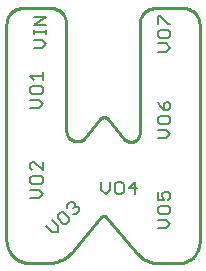
<source format=gbo>
G75*
%MOIN*%
%OFA0B0*%
%FSLAX24Y24*%
%IPPOS*%
%LPD*%
%AMOC8*
5,1,8,0,0,1.08239X$1,22.5*
%
%ADD10C,0.0100*%
%ADD11C,0.0080*%
D10*
X002517Y003317D02*
X002517Y010475D01*
X002519Y010520D01*
X002524Y010564D01*
X002534Y010608D01*
X002546Y010651D01*
X002563Y010692D01*
X002582Y010732D01*
X002605Y010771D01*
X002631Y010807D01*
X002660Y010841D01*
X002692Y010873D01*
X002726Y010902D01*
X002762Y010928D01*
X002801Y010951D01*
X002841Y010970D01*
X002882Y010987D01*
X002925Y010999D01*
X002969Y011009D01*
X003013Y011014D01*
X003058Y011016D01*
X003058Y011017D02*
X003997Y011017D01*
X004043Y011013D01*
X004088Y011004D01*
X004132Y010993D01*
X004175Y010977D01*
X004216Y010958D01*
X004256Y010936D01*
X004294Y010910D01*
X004329Y010882D01*
X004362Y010850D01*
X004393Y010816D01*
X004420Y010780D01*
X004444Y010741D01*
X004466Y010701D01*
X004483Y010659D01*
X004497Y010615D01*
X004508Y010571D01*
X004515Y010526D01*
X004518Y010480D01*
X004517Y010435D01*
X004517Y006954D01*
X004516Y006954D02*
X004515Y006918D01*
X004517Y006882D01*
X004523Y006847D01*
X004533Y006812D01*
X004546Y006779D01*
X004562Y006747D01*
X004582Y006717D01*
X004605Y006689D01*
X004630Y006663D01*
X004658Y006641D01*
X004688Y006621D01*
X004719Y006604D01*
X004753Y006591D01*
X004787Y006581D01*
X004823Y006575D01*
X004859Y006572D01*
X004895Y006573D01*
X004930Y006578D01*
X004965Y006586D01*
X004999Y006598D01*
X005032Y006614D01*
X005062Y006632D01*
X005091Y006654D01*
X005634Y007322D01*
X005654Y007340D01*
X005677Y007354D01*
X005701Y007365D01*
X005727Y007373D01*
X005754Y007377D01*
X005780Y007377D01*
X005807Y007373D01*
X005833Y007365D01*
X005857Y007354D01*
X005880Y007340D01*
X005900Y007322D01*
X005899Y007322D02*
X006452Y006644D01*
X006475Y006621D01*
X006500Y006601D01*
X006528Y006584D01*
X006557Y006571D01*
X006588Y006560D01*
X006620Y006554D01*
X006652Y006550D01*
X006684Y006551D01*
X006717Y006555D01*
X006748Y006562D01*
X006779Y006573D01*
X006808Y006588D01*
X006835Y006605D01*
X006860Y006626D01*
X006883Y006649D01*
X006903Y006674D01*
X006920Y006702D01*
X006933Y006731D01*
X006944Y006762D01*
X006950Y006794D01*
X006954Y006826D01*
X006954Y010488D01*
X006955Y010488D02*
X006957Y010532D01*
X006962Y010575D01*
X006971Y010618D01*
X006984Y010659D01*
X006999Y010700D01*
X007019Y010739D01*
X007041Y010777D01*
X007066Y010812D01*
X007095Y010846D01*
X007125Y010876D01*
X007159Y010905D01*
X007194Y010930D01*
X007232Y010952D01*
X007271Y010972D01*
X007312Y010987D01*
X007353Y011000D01*
X007396Y011009D01*
X007439Y011014D01*
X007483Y011016D01*
X007483Y011017D02*
X008426Y011017D01*
X008426Y011016D02*
X008472Y011012D01*
X008518Y011003D01*
X008563Y010991D01*
X008606Y010976D01*
X008648Y010956D01*
X008689Y010934D01*
X008727Y010908D01*
X008763Y010879D01*
X008797Y010847D01*
X008828Y010813D01*
X008855Y010776D01*
X008880Y010737D01*
X008902Y010696D01*
X008920Y010653D01*
X008934Y010609D01*
X008945Y010564D01*
X008952Y010518D01*
X008955Y010472D01*
X008954Y010426D01*
X008954Y003290D01*
X008306Y002517D02*
X007469Y002517D01*
X006811Y002910D02*
X005847Y004061D01*
X005848Y004062D02*
X005838Y004069D01*
X005827Y004075D01*
X005815Y004079D01*
X005803Y004080D01*
X005678Y004053D02*
X004762Y002950D01*
X004008Y002517D02*
X003255Y002517D01*
X003200Y002521D01*
X003146Y002529D01*
X003092Y002541D01*
X003039Y002557D01*
X002988Y002576D01*
X002938Y002599D01*
X002890Y002626D01*
X002844Y002656D01*
X002800Y002689D01*
X002759Y002725D01*
X002720Y002764D01*
X002684Y002806D01*
X002651Y002850D01*
X002622Y002896D01*
X002596Y002945D01*
X002573Y002995D01*
X002554Y003046D01*
X002539Y003099D01*
X002528Y003153D01*
X002520Y003207D01*
X002516Y003262D01*
X002517Y003317D01*
X004008Y002516D02*
X004071Y002526D01*
X004133Y002540D01*
X004194Y002557D01*
X004255Y002577D01*
X004314Y002601D01*
X004372Y002628D01*
X004428Y002658D01*
X004482Y002691D01*
X004535Y002727D01*
X004585Y002767D01*
X004633Y002809D01*
X004679Y002853D01*
X004722Y002900D01*
X004762Y002950D01*
X005678Y004053D02*
X005697Y004064D01*
X005717Y004073D01*
X005738Y004079D01*
X005760Y004082D01*
X005782Y004082D01*
X005803Y004079D01*
X006811Y002910D02*
X006848Y002862D01*
X006889Y002817D01*
X006932Y002775D01*
X006977Y002735D01*
X007025Y002698D01*
X007075Y002664D01*
X007127Y002633D01*
X007180Y002605D01*
X007236Y002580D01*
X007292Y002559D01*
X007350Y002541D01*
X007409Y002527D01*
X007468Y002517D01*
X008306Y002517D02*
X008357Y002523D01*
X008407Y002533D01*
X008456Y002546D01*
X008504Y002563D01*
X008551Y002583D01*
X008596Y002607D01*
X008639Y002634D01*
X008681Y002663D01*
X008720Y002696D01*
X008756Y002731D01*
X008790Y002769D01*
X008822Y002809D01*
X008850Y002851D01*
X008875Y002896D01*
X008897Y002941D01*
X008916Y002989D01*
X008931Y003037D01*
X008943Y003087D01*
X008951Y003137D01*
X008956Y003188D01*
X008957Y003239D01*
X008954Y003289D01*
D11*
X007977Y003822D02*
X007837Y003962D01*
X007556Y003962D01*
X007626Y004142D02*
X007907Y004142D01*
X007977Y004212D01*
X007977Y004352D01*
X007907Y004422D01*
X007626Y004422D01*
X007556Y004352D01*
X007556Y004212D01*
X007626Y004142D01*
X007977Y003822D02*
X007837Y003682D01*
X007556Y003682D01*
X007556Y004602D02*
X007766Y004602D01*
X007696Y004743D01*
X007696Y004813D01*
X007766Y004883D01*
X007907Y004883D01*
X007977Y004813D01*
X007977Y004673D01*
X007907Y004602D01*
X007556Y004602D02*
X007556Y004883D01*
X006883Y005017D02*
X006602Y005017D01*
X006813Y005227D01*
X006813Y004807D01*
X006422Y004877D02*
X006422Y005157D01*
X006352Y005227D01*
X006212Y005227D01*
X006142Y005157D01*
X006142Y004877D01*
X006212Y004807D01*
X006352Y004807D01*
X006422Y004877D01*
X005962Y004947D02*
X005962Y005227D01*
X005962Y004947D02*
X005822Y004807D01*
X005682Y004947D01*
X005682Y005227D01*
X004892Y004397D02*
X004941Y004347D01*
X004941Y004248D01*
X004842Y004149D01*
X004743Y004149D01*
X004616Y004021D02*
X004418Y004220D01*
X004319Y004220D01*
X004220Y004121D01*
X004220Y004021D01*
X004418Y003823D01*
X004517Y003823D01*
X004616Y003922D01*
X004616Y004021D01*
X004545Y004347D02*
X004545Y004446D01*
X004644Y004545D01*
X004743Y004545D01*
X004793Y004496D01*
X004793Y004397D01*
X004892Y004397D01*
X004793Y004397D02*
X004743Y004347D01*
X004241Y003745D02*
X004043Y003944D01*
X004241Y003745D02*
X004241Y003547D01*
X004043Y003547D01*
X003844Y003745D01*
X003587Y004682D02*
X003306Y004682D01*
X003306Y004962D02*
X003587Y004962D01*
X003727Y004822D01*
X003587Y004682D01*
X003657Y005142D02*
X003376Y005142D01*
X003306Y005212D01*
X003306Y005352D01*
X003376Y005422D01*
X003657Y005422D01*
X003727Y005352D01*
X003727Y005212D01*
X003657Y005142D01*
X003727Y005602D02*
X003446Y005883D01*
X003376Y005883D01*
X003306Y005813D01*
X003306Y005673D01*
X003376Y005602D01*
X003727Y005602D02*
X003727Y005883D01*
X003587Y007682D02*
X003306Y007682D01*
X003306Y007962D02*
X003587Y007962D01*
X003727Y007822D01*
X003587Y007682D01*
X003657Y008142D02*
X003376Y008142D01*
X003306Y008212D01*
X003306Y008352D01*
X003376Y008422D01*
X003657Y008422D01*
X003727Y008352D01*
X003727Y008212D01*
X003657Y008142D01*
X003727Y008602D02*
X003727Y008883D01*
X003727Y008743D02*
X003306Y008743D01*
X003446Y008602D01*
X003431Y009682D02*
X003712Y009682D01*
X003852Y009822D01*
X003712Y009962D01*
X003431Y009962D01*
X003431Y010142D02*
X003431Y010282D01*
X003431Y010212D02*
X003852Y010212D01*
X003852Y010142D02*
X003852Y010282D01*
X003852Y010449D02*
X003431Y010449D01*
X003852Y010729D01*
X003431Y010729D01*
X007556Y010758D02*
X007556Y010477D01*
X007626Y010297D02*
X007556Y010227D01*
X007556Y010087D01*
X007626Y010017D01*
X007907Y010017D01*
X007977Y010087D01*
X007977Y010227D01*
X007907Y010297D01*
X007626Y010297D01*
X007907Y010477D02*
X007977Y010477D01*
X007907Y010477D02*
X007626Y010758D01*
X007556Y010758D01*
X007556Y009837D02*
X007837Y009837D01*
X007977Y009697D01*
X007837Y009557D01*
X007556Y009557D01*
X007556Y007883D02*
X007626Y007743D01*
X007766Y007602D01*
X007766Y007813D01*
X007837Y007883D01*
X007907Y007883D01*
X007977Y007813D01*
X007977Y007673D01*
X007907Y007602D01*
X007766Y007602D01*
X007626Y007422D02*
X007556Y007352D01*
X007556Y007212D01*
X007626Y007142D01*
X007907Y007142D01*
X007977Y007212D01*
X007977Y007352D01*
X007907Y007422D01*
X007626Y007422D01*
X007556Y006962D02*
X007837Y006962D01*
X007977Y006822D01*
X007837Y006682D01*
X007556Y006682D01*
M02*

</source>
